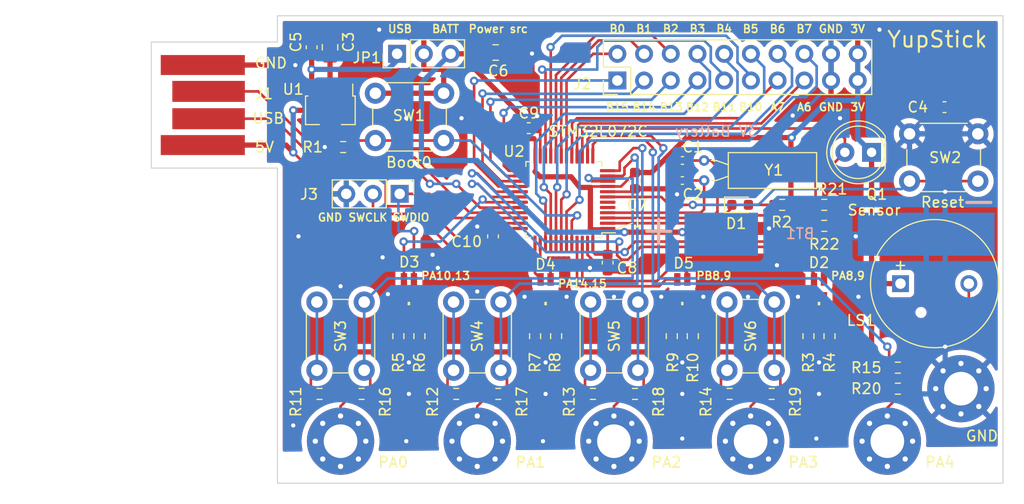
<source format=kicad_pcb>
(kicad_pcb (version 20211014) (generator pcbnew)

  (general
    (thickness 1.69)
  )

  (paper "A4")
  (title_block
    (title "Yupstick")
    (date "2022-10-22")
    (rev "1.0")
    (company "Stefan Frings")
  )

  (layers
    (0 "F.Cu" signal)
    (31 "B.Cu" signal)
    (34 "B.Paste" user)
    (35 "F.Paste" user)
    (36 "B.SilkS" user "B.Silkscreen")
    (37 "F.SilkS" user "F.Silkscreen")
    (38 "B.Mask" user)
    (39 "F.Mask" user)
    (40 "Dwgs.User" user "User.Drawings")
    (41 "Cmts.User" user "User.Comments")
    (44 "Edge.Cuts" user)
    (45 "Margin" user)
    (46 "B.CrtYd" user "B.Courtyard")
    (47 "F.CrtYd" user "F.Courtyard")
    (48 "B.Fab" user)
    (49 "F.Fab" user)
  )

  (setup
    (stackup
      (layer "F.SilkS" (type "Top Silk Screen") (color "White"))
      (layer "F.Paste" (type "Top Solder Paste"))
      (layer "F.Mask" (type "Top Solder Mask") (color "#3A043CB3") (thickness 0.01))
      (layer "F.Cu" (type "copper") (thickness 0.035))
      (layer "dielectric 1" (type "core") (thickness 1.6) (material "FR4") (epsilon_r 4.5) (loss_tangent 0.02))
      (layer "B.Cu" (type "copper") (thickness 0.035))
      (layer "B.Mask" (type "Bottom Solder Mask") (color "#3A043CB3") (thickness 0.01))
      (layer "B.Paste" (type "Bottom Solder Paste"))
      (layer "B.SilkS" (type "Bottom Silk Screen") (color "White"))
      (copper_finish "HAL lead-free")
      (dielectric_constraints no)
      (edge_connector bevelled)
    )
    (pad_to_mask_clearance 0)
    (grid_origin 146.25 76.75)
    (pcbplotparams
      (layerselection 0x00010fc_ffffffff)
      (disableapertmacros false)
      (usegerberextensions false)
      (usegerberattributes true)
      (usegerberadvancedattributes true)
      (creategerberjobfile true)
      (svguseinch false)
      (svgprecision 6)
      (excludeedgelayer true)
      (plotframeref false)
      (viasonmask false)
      (mode 1)
      (useauxorigin false)
      (hpglpennumber 1)
      (hpglpenspeed 20)
      (hpglpendiameter 15.000000)
      (dxfpolygonmode true)
      (dxfimperialunits true)
      (dxfusepcbnewfont true)
      (psnegative false)
      (psa4output false)
      (plotreference true)
      (plotvalue true)
      (plotinvisibletext false)
      (sketchpadsonfab false)
      (subtractmaskfromsilk false)
      (outputformat 1)
      (mirror false)
      (drillshape 0)
      (scaleselection 1)
      (outputdirectory "gerber/")
    )
  )

  (net 0 "")
  (net 1 "GND")
  (net 2 "Net-(C1-Pad2)")
  (net 3 "Net-(C2-Pad2)")
  (net 4 "VBUS")
  (net 5 "/Reset")
  (net 6 "Net-(C5-Pad1)")
  (net 7 "VDD")
  (net 8 "Net-(H1-Pad1)")
  (net 9 "Net-(H2-Pad1)")
  (net 10 "Net-(H3-Pad1)")
  (net 11 "Net-(H4-Pad1)")
  (net 12 "Net-(H5-Pad1)")
  (net 13 "/PA12")
  (net 14 "/PA11")
  (net 15 "/PB15")
  (net 16 "/PB0")
  (net 17 "/PB14")
  (net 18 "/PB1")
  (net 19 "/PB13")
  (net 20 "/PB2")
  (net 21 "/PB12")
  (net 22 "/PB3")
  (net 23 "/PB11")
  (net 24 "/PB4")
  (net 25 "/PB10")
  (net 26 "/PB5")
  (net 27 "/PB9")
  (net 28 "/PB6")
  (net 29 "/PB8")
  (net 30 "/PB7")
  (net 31 "Net-(LS1-Pad2)")
  (net 32 "/PA5")
  (net 33 "/Boot0")
  (net 34 "/PC13")
  (net 35 "/PA4")
  (net 36 "/PA6")
  (net 37 "/PA7")
  (net 38 "/PA8")
  (net 39 "/PA9")
  (net 40 "/PA10")
  (net 41 "/PA13")
  (net 42 "/PA14")
  (net 43 "/PA15")
  (net 44 "/PA0")
  (net 45 "/PA1")
  (net 46 "/PA2")
  (net 47 "/PA3")
  (net 48 "unconnected-(U2-Pad5)")
  (net 49 "unconnected-(U2-Pad6)")
  (net 50 "Net-(R11-Pad2)")
  (net 51 "Net-(R12-Pad2)")
  (net 52 "Net-(R13-Pad2)")
  (net 53 "Net-(R14-Pad2)")
  (net 54 "Net-(D1-Pad2)")
  (net 55 "Net-(D2-Pad2)")
  (net 56 "Net-(D2-Pad3)")
  (net 57 "Net-(D3-Pad2)")
  (net 58 "Net-(D3-Pad3)")
  (net 59 "Net-(D4-Pad2)")
  (net 60 "Net-(D4-Pad3)")
  (net 61 "Net-(D5-Pad2)")
  (net 62 "Net-(D5-Pad3)")
  (net 63 "/Bat")
  (net 64 "Net-(R21-Pad2)")

  (footprint "Button_Switch_THT:SW_PUSH_6mm_H5mm" (layer "F.Cu") (at 175.11 78.74))

  (footprint "Connector_PinHeader_2.54mm:PinHeader_1x03_P2.54mm_Vertical" (layer "F.Cu") (at 126.625 84.455 -90))

  (footprint "Resistor_SMD:R_0603_1608Metric" (layer "F.Cu") (at 167 87.5 180))

  (footprint "MountingHole:MountingHole_3.2mm_M3_Pad_Via" (layer "F.Cu") (at 121 108))

  (footprint "Package_TO_SOT_SMD:SOT-89-3" (layer "F.Cu") (at 120.03 76.2 -90))

  (footprint "Resistor_SMD:R_0603_1608Metric" (layer "F.Cu") (at 121.25 80 180))

  (footprint "Resistor_SMD:R_0603_1608Metric" (layer "F.Cu") (at 162 103.5 180))

  (footprint "Resistor_SMD:R_0603_1608Metric" (layer "F.Cu") (at 141.5 98 -90))

  (footprint "Resistor_SMD:R_0603_1608Metric" (layer "F.Cu") (at 126.5 98 -90))

  (footprint "Resistor_SMD:R_0603_1608Metric" (layer "F.Cu") (at 158 103.5 180))

  (footprint "MountingHole:MountingHole_3.2mm_M3_Pad_Via" (layer "F.Cu") (at 180 103))

  (footprint "Capacitor_SMD:C_0603_1608Metric" (layer "F.Cu") (at 149 83.2 -90))

  (footprint "MountingHole:MountingHole_3.2mm_M3_Pad_Via" (layer "F.Cu") (at 134 108))

  (footprint "Button_Switch_THT:SW_PUSH_6mm_H5mm" (layer "F.Cu") (at 118.75 101.25 90))

  (footprint "Resistor_SMD:R_0603_1608Metric" (layer "F.Cu") (at 163 85.5 180))

  (footprint "Resistor_SMD:R_0603_1608Metric" (layer "F.Cu") (at 136 103.5 180))

  (footprint "MountingHole:MountingHole_3.2mm_M3_Pad_Via" (layer "F.Cu") (at 147 108))

  (footprint "Package_QFP:LQFP-48_7x7mm_P0.5mm" (layer "F.Cu") (at 142.24 85 180))

  (footprint "LED_SMD:LED_Kingbright_APHBM2012_2x1.25mm" (layer "F.Cu") (at 166.5 93.5))

  (footprint "Connector_PinHeader_2.54mm:PinHeader_2x10_P2.54mm_Vertical" (layer "F.Cu") (at 147.325 73.665 90))

  (footprint "Button_Switch_THT:SW_PUSH_6mm_H5mm" (layer "F.Cu") (at 130.81 79.375 180))

  (footprint "Connector_PinHeader_2.54mm:PinHeader_1x03_P2.54mm_Vertical" (layer "F.Cu") (at 126.38 71.12 90))

  (footprint "Capacitor_SMD:C_0603_1608Metric" (layer "F.Cu") (at 178.435 76.2 180))

  (footprint "Capacitor_SMD:C_0603_1608Metric" (layer "F.Cu") (at 146.4 91 -90))

  (footprint "Capacitor_SMD:C_0805_2012Metric" (layer "F.Cu") (at 120 70.5 90))

  (footprint "Resistor_SMD:R_0603_1608Metric" (layer "F.Cu") (at 174 101 180))

  (footprint "Resistor_SMD:R_0603_1608Metric" (layer "F.Cu") (at 139.5 98 -90))

  (footprint "Resistor_SMD:R_0603_1608Metric" (layer "F.Cu") (at 128.5 98 -90))

  (footprint "Capacitor_SMD:C_0805_2012Metric" (layer "F.Cu") (at 135.75 71))

  (footprint "Capacitor_SMD:C_0603_1608Metric" (layer "F.Cu") (at 135.5 88.5 90))

  (footprint "LED_SMD:LED_0603_1608Metric" (layer "F.Cu") (at 159 85.5))

  (footprint "Buzzer_Beeper:MagneticBuzzer_ProSignal_ABT-410-RC" (layer "F.Cu") (at 174.25 93))

  (footprint "MountingHole:MountingHole_3.2mm_M3_Pad_Via" (layer "F.Cu") (at 160 108))

  (footprint "Capacitor_SMD:C_0402_1005Metric" (layer "F.Cu") (at 153.505959 83.185))

  (footprint "LED_THT:LED_D5.0mm_Clear" (layer "F.Cu") (at 171.5 80.5 180))

  (footprint "Crystal:Crystal_C38-LF_D3.0mm_L8.0mm_Horizontal" (layer "F.Cu") (at 155.575 83.18 90))

  (footprint "Capacitor_SMD:C_0603_1608Metric" (layer "F.Cu") (at 118.25 70.5 90))

  (footprint "Button_Switch_THT:SW_PUSH_6mm_H5mm" (layer "F.Cu") (at 131.75 101.25 90))

  (footprint "Resistor_SMD:R_0603_1608Metric" (layer "F.Cu") (at 132 103.5 180))

  (footprint "Button_Switch_THT:SW_PUSH_6mm_H5mm" (layer "F.Cu") (at 144.78 101.25 90))

  (footprint "Resistor_SMD:R_0603_1608Metric" (layer "F.Cu") (at 165.5 98 -90))

  (footprint "Resistor_SMD:R_0603_1608Metric" (layer "F.Cu") (at 167 85.5))

  (footprint "Capacitor_SMD:C_0402_1005Metric" (layer "F.Cu") (at 153.515 81.28))

  (footprint "Resistor_SMD:R_0603_1608Metric" (layer "F.Cu") (at 123 103.5 180))

  (footprint "LED_SMD:LED_Kingbright_APHBM2012_2x1.25mm" (layer "F.Cu") (at 127.5 93.5))

  (footprint "LED_SMD:LED_Kingbright_APHBM2012_2x1.25mm" (layer "F.Cu") (at 140.5 93.5))

  (footprint "Resistor_SMD:R_0603_1608Metric" (layer "F.Cu") (at 145 103.5 180))

  (footprint "Resistor_SMD:R_0603_1608Metric" (layer "F.Cu") (at 149 103.5 180))

  (footprint "LED_SMD:LED_Kingbright_APHBM2012_2x1.25mm" (layer "F.Cu") (at 153.5 93.5))

  (footprint "Resistor_SMD:R_0603_1608Metric" (layer "F.Cu") (at 167.5 98 -90))

  (footprint "Resistor_SMD:R_0603_1608Metric" (layer "F.Cu") (at 154.5 98 -90))

  (footprint "Resistor_SMD:R_0603_1608Metric" (layer "F.Cu") (at 119 103.5 180))

  (footprint "Resistor_SMD:R_0603_1608Metric" (layer "F.Cu") (at 152.5 98 -90))

  (footprint "Resistor_SMD:R_0603_1608Metric" (layer "F.Cu") (at 174 103))

  (footprint "Capacitor_SMD:C_0603_1608Metric" (layer "F.Cu")
    (tedit 5F68FEEE) (tstamp f5195a68-0a6b-40cf-a0a6-995eff9eb8fa)
    (at 138.9 78.2)
    (descr "Capacitor SMD 0603 (1608 Metric), square (rectangular) end terminal, IPC_7351 nominal, (Body size source: IPC-SM-782 page 76, https://www.pcb-3d.com/wordpress/wp-content/uploads/ipc-sm-782a_amendment_1_and_2.pdf), generated with kicad-footprint-generator")
    (tags "capacitor")
    (property "Sheetfile" "Datei: yupstick.kicad_sch")
    (property "Sheetname" "")
    (path "/ae20e65c-9aec-47dd-83ca-f25f5911befe")
    (attr smd)
    (fp_text reference "C9" (at 0 -1.43) (layer "F.SilkS")
      (effects (font (size 1 1) (thickness 0.15)))
      (tstamp 84f3426c-ecc2-43ca-9b32-1996e0266c34)
    )
    (fp_text value "100nF" (at 0.1 -1.7) (layer "F.Fab")
      (effects (font (size 1 1) (thickness 0.15)))
      (tstamp af299a3e-de75-463b-8458-e41937a380a8)
    )
    (fp_text user "${REFERENCE}" (at 0 0) (layer "F.Fab")
      (effects (font (
... [546239 chars truncated]
</source>
